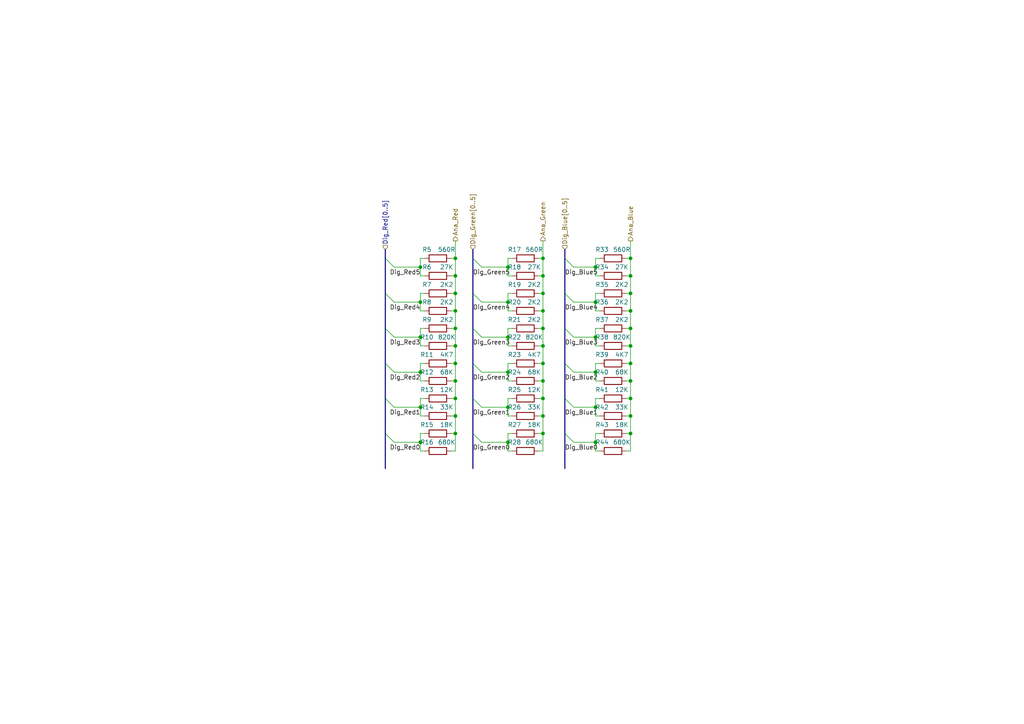
<source format=kicad_sch>
(kicad_sch (version 20231120) (generator "eeschema") (generator_version "8.0")
  (paper "A4")
  (lib_symbols
    (symbol "Device:R" (pin_numbers hide) (pin_names (offset 0))
      (property "Reference" "R" (at 2.032 0 90))
      (property "Value" "R" (at 0 0 90))
      (symbol "R_0_1"
        (rectangle (start -1.016 -2.54) (end 1.016 2.54) (stroke (width 0.254)))
      )
      (symbol "R_1_1"
        (pin passive line (at 0 3.81 270) (length 1.27) (name "~") (number "1"))
        (pin passive line (at 0 -3.81 90) (length 1.27) (name "~") (number "2"))
      )
    )
  )
  (junction (at 121.92 107.95))
  (junction (at 157.48 90.17))
  (junction (at 157.48 115.57))
  (junction (at 157.48 74.93))
  (junction (at 147.32 87.63))
  (junction (at 147.32 97.79))
  (junction (at 182.88 80.01))
  (junction (at 172.72 77.47))
  (junction (at 132.08 125.73))
  (junction (at 121.92 97.79))
  (junction (at 147.32 128.27))
  (junction (at 157.48 105.41))
  (junction (at 182.88 125.73))
  (junction (at 182.88 85.09))
  (junction (at 121.92 118.11))
  (junction (at 121.92 128.27))
  (junction (at 132.08 74.93))
  (junction (at 182.88 90.17))
  (junction (at 182.88 74.93))
  (junction (at 157.48 120.65))
  (junction (at 157.48 100.33))
  (junction (at 132.08 100.33))
  (junction (at 182.88 110.49))
  (junction (at 182.88 120.65))
  (junction (at 121.92 87.63))
  (junction (at 157.48 80.01))
  (junction (at 157.48 110.49))
  (junction (at 132.08 105.41))
  (junction (at 182.88 115.57))
  (junction (at 172.72 128.27))
  (junction (at 132.08 95.25))
  (junction (at 132.08 110.49))
  (junction (at 182.88 105.41))
  (junction (at 157.48 85.09))
  (junction (at 182.88 100.33))
  (junction (at 172.72 87.63))
  (junction (at 182.88 95.25))
  (junction (at 132.08 90.17))
  (junction (at 172.72 97.79))
  (junction (at 157.48 95.25))
  (junction (at 157.48 125.73))
  (junction (at 132.08 85.09))
  (junction (at 147.32 77.47))
  (junction (at 147.32 107.95))
  (junction (at 132.08 80.01))
  (junction (at 121.92 77.47))
  (junction (at 147.32 118.11))
  (junction (at 172.72 107.95))
  (junction (at 132.08 120.65))
  (junction (at 132.08 115.57))
  (junction (at 172.72 118.11))
  (bus_entry (at 137.16 115.57) (size 2.54 2.54))
  (bus_entry (at 163.83 125.73) (size 2.54 2.54))
  (bus_entry (at 111.76 74.93) (size 2.54 2.54))
  (bus_entry (at 163.83 105.41) (size 2.54 2.54))
  (bus_entry (at 137.16 125.73) (size 2.54 2.54))
  (bus_entry (at 163.83 85.09) (size 2.54 2.54))
  (bus_entry (at 111.76 105.41) (size 2.54 2.54))
  (bus_entry (at 111.76 95.25) (size 2.54 2.54))
  (bus_entry (at 137.16 74.93) (size 2.54 2.54))
  (bus_entry (at 111.76 125.73) (size 2.54 2.54))
  (bus_entry (at 111.76 115.57) (size 2.54 2.54))
  (bus_entry (at 137.16 105.41) (size 2.54 2.54))
  (bus_entry (at 163.83 115.57) (size 2.54 2.54))
  (bus_entry (at 137.16 95.25) (size 2.54 2.54))
  (bus_entry (at 163.83 74.93) (size 2.54 2.54))
  (bus_entry (at 163.83 95.25) (size 2.54 2.54))
  (bus_entry (at 137.16 85.09) (size 2.54 2.54))
  (bus_entry (at 111.76 85.09) (size 2.54 2.54))
  (wire (pts (xy 156.21 130.81) (xy 157.48 130.81)))
  (wire (pts (xy 139.7 128.27) (xy 147.32 128.27)))
  (wire (pts (xy 173.99 110.49) (xy 172.72 110.49)))
  (wire (pts (xy 157.48 115.57) (xy 156.21 115.57)))
  (wire (pts (xy 157.48 95.25) (xy 156.21 95.25)))
  (wire (pts (xy 182.88 80.01) (xy 182.88 85.09)))
  (wire (pts (xy 121.92 125.73) (xy 123.19 125.73)))
  (wire (pts (xy 132.08 120.65) (xy 132.08 125.73)))
  (wire (pts (xy 132.08 115.57) (xy 130.81 115.57)))
  (wire (pts (xy 132.08 90.17) (xy 132.08 85.09)))
  (wire (pts (xy 132.08 120.65) (xy 132.08 115.57)))
  (wire (pts (xy 121.92 128.27) (xy 121.92 130.81)))
  (wire (pts (xy 147.32 125.73) (xy 148.59 125.73)))
  (wire (pts (xy 139.7 97.79) (xy 147.32 97.79)))
  (wire (pts (xy 148.59 110.49) (xy 147.32 110.49)))
  (wire (pts (xy 172.72 85.09) (xy 172.72 87.63)))
  (wire (pts (xy 121.92 95.25) (xy 121.92 97.79)))
  (wire (pts (xy 157.48 80.01) (xy 157.48 85.09)))
  (wire (pts (xy 172.72 105.41) (xy 173.99 105.41)))
  (wire (pts (xy 156.21 100.33) (xy 157.48 100.33)))
  (wire (pts (xy 172.72 95.25) (xy 172.72 97.79)))
  (wire (pts (xy 156.21 90.17) (xy 157.48 90.17)))
  (wire (pts (xy 157.48 110.49) (xy 157.48 105.41)))
  (wire (pts (xy 148.59 130.81) (xy 147.32 130.81)))
  (wire (pts (xy 172.72 77.47) (xy 172.72 80.01)))
  (wire (pts (xy 157.48 105.41) (xy 156.21 105.41)))
  (wire (pts (xy 182.88 69.85) (xy 182.88 74.93)))
  (wire (pts (xy 123.19 90.17) (xy 121.92 90.17)))
  (wire (pts (xy 130.81 130.81) (xy 132.08 130.81)))
  (bus (pts (xy 111.76 72.39) (xy 111.76 74.93)))
  (bus (pts (xy 163.83 105.41) (xy 163.83 115.57)))
  (wire (pts (xy 172.72 105.41) (xy 172.72 107.95)))
  (bus (pts (xy 163.83 115.57) (xy 163.83 125.73)))
  (wire (pts (xy 123.19 120.65) (xy 121.92 120.65)))
  (wire (pts (xy 132.08 90.17) (xy 132.08 95.25)))
  (wire (pts (xy 147.32 97.79) (xy 147.32 100.33)))
  (wire (pts (xy 172.72 115.57) (xy 173.99 115.57)))
  (bus (pts (xy 111.76 74.93) (xy 111.76 85.09)))
  (wire (pts (xy 182.88 100.33) (xy 182.88 95.25)))
  (bus (pts (xy 163.83 95.25) (xy 163.83 105.41)))
  (wire (pts (xy 123.19 130.81) (xy 121.92 130.81)))
  (wire (pts (xy 114.3 128.27) (xy 121.92 128.27)))
  (wire (pts (xy 114.3 107.95) (xy 121.92 107.95)))
  (bus (pts (xy 163.83 85.09) (xy 163.83 95.25)))
  (bus (pts (xy 111.76 115.57) (xy 111.76 125.73)))
  (wire (pts (xy 132.08 74.93) (xy 130.81 74.93)))
  (bus (pts (xy 137.16 115.57) (xy 137.16 125.73)))
  (wire (pts (xy 147.32 74.93) (xy 148.59 74.93)))
  (wire (pts (xy 121.92 125.73) (xy 121.92 128.27)))
  (wire (pts (xy 182.88 80.01) (xy 182.88 74.93)))
  (wire (pts (xy 157.48 90.17) (xy 157.48 85.09)))
  (wire (pts (xy 182.88 74.93) (xy 181.61 74.93)))
  (wire (pts (xy 172.72 95.25) (xy 173.99 95.25)))
  (wire (pts (xy 157.48 125.73) (xy 156.21 125.73)))
  (wire (pts (xy 132.08 85.09) (xy 130.81 85.09)))
  (wire (pts (xy 147.32 107.95) (xy 147.32 110.49)))
  (wire (pts (xy 172.72 74.93) (xy 173.99 74.93)))
  (wire (pts (xy 156.21 120.65) (xy 157.48 120.65)))
  (wire (pts (xy 121.92 85.09) (xy 121.92 87.63)))
  (wire (pts (xy 181.61 80.01) (xy 182.88 80.01)))
  (wire (pts (xy 130.81 110.49) (xy 132.08 110.49)))
  (wire (pts (xy 182.88 105.41) (xy 181.61 105.41)))
  (wire (pts (xy 182.88 100.33) (xy 182.88 105.41)))
  (wire (pts (xy 147.32 105.41) (xy 148.59 105.41)))
  (wire (pts (xy 132.08 100.33) (xy 132.08 95.25)))
  (wire (pts (xy 182.88 110.49) (xy 182.88 115.57)))
  (wire (pts (xy 157.48 120.65) (xy 157.48 115.57)))
  (wire (pts (xy 121.92 97.79) (xy 121.92 100.33)))
  (wire (pts (xy 130.81 80.01) (xy 132.08 80.01)))
  (wire (pts (xy 139.7 107.95) (xy 147.32 107.95)))
  (wire (pts (xy 130.81 100.33) (xy 132.08 100.33)))
  (wire (pts (xy 114.3 87.63) (xy 121.92 87.63)))
  (wire (pts (xy 130.81 90.17) (xy 132.08 90.17)))
  (wire (pts (xy 123.19 80.01) (xy 121.92 80.01)))
  (wire (pts (xy 114.3 97.79) (xy 121.92 97.79)))
  (wire (pts (xy 181.61 110.49) (xy 182.88 110.49)))
  (wire (pts (xy 172.72 115.57) (xy 172.72 118.11)))
  (wire (pts (xy 157.48 120.65) (xy 157.48 125.73)))
  (bus (pts (xy 111.76 105.41) (xy 111.76 115.57)))
  (bus (pts (xy 137.16 95.25) (xy 137.16 105.41)))
  (wire (pts (xy 182.88 110.49) (xy 182.88 105.41)))
  (wire (pts (xy 166.37 107.95) (xy 172.72 107.95)))
  (wire (pts (xy 139.7 118.11) (xy 147.32 118.11)))
  (wire (pts (xy 147.32 125.73) (xy 147.32 128.27)))
  (wire (pts (xy 182.88 95.25) (xy 181.61 95.25)))
  (wire (pts (xy 181.61 100.33) (xy 182.88 100.33)))
  (wire (pts (xy 121.92 77.47) (xy 121.92 80.01)))
  (bus (pts (xy 137.16 125.73) (xy 137.16 135.89)))
  (wire (pts (xy 121.92 105.41) (xy 121.92 107.95)))
  (wire (pts (xy 148.59 100.33) (xy 147.32 100.33)))
  (wire (pts (xy 182.88 120.65) (xy 182.88 115.57)))
  (wire (pts (xy 147.32 74.93) (xy 147.32 77.47)))
  (wire (pts (xy 147.32 85.09) (xy 147.32 87.63)))
  (wire (pts (xy 172.72 125.73) (xy 172.72 128.27)))
  (wire (pts (xy 121.92 74.93) (xy 121.92 77.47)))
  (wire (pts (xy 182.88 125.73) (xy 181.61 125.73)))
  (wire (pts (xy 147.32 115.57) (xy 148.59 115.57)))
  (wire (pts (xy 182.88 90.17) (xy 182.88 85.09)))
  (wire (pts (xy 172.72 85.09) (xy 173.99 85.09)))
  (wire (pts (xy 172.72 128.27) (xy 172.72 130.81)))
  (wire (pts (xy 121.92 115.57) (xy 121.92 118.11)))
  (wire (pts (xy 147.32 115.57) (xy 147.32 118.11)))
  (wire (pts (xy 148.59 120.65) (xy 147.32 120.65)))
  (wire (pts (xy 181.61 130.81) (xy 182.88 130.81)))
  (wire (pts (xy 157.48 130.81) (xy 157.48 125.73)))
  (wire (pts (xy 132.08 105.41) (xy 130.81 105.41)))
  (wire (pts (xy 147.32 87.63) (xy 147.32 90.17)))
  (wire (pts (xy 166.37 128.27) (xy 172.72 128.27)))
  (wire (pts (xy 157.48 80.01) (xy 157.48 74.93)))
  (wire (pts (xy 132.08 125.73) (xy 130.81 125.73)))
  (wire (pts (xy 121.92 118.11) (xy 121.92 120.65)))
  (bus (pts (xy 111.76 95.25) (xy 111.76 105.41)))
  (wire (pts (xy 173.99 100.33) (xy 172.72 100.33)))
  (wire (pts (xy 121.92 87.63) (xy 121.92 90.17)))
  (wire (pts (xy 148.59 90.17) (xy 147.32 90.17)))
  (wire (pts (xy 157.48 90.17) (xy 157.48 95.25)))
  (wire (pts (xy 139.7 87.63) (xy 147.32 87.63)))
  (wire (pts (xy 147.32 105.41) (xy 147.32 107.95)))
  (wire (pts (xy 123.19 110.49) (xy 121.92 110.49)))
  (bus (pts (xy 163.83 72.39) (xy 163.83 74.93)))
  (wire (pts (xy 182.88 115.57) (xy 181.61 115.57)))
  (wire (pts (xy 132.08 110.49) (xy 132.08 105.41)))
  (wire (pts (xy 132.08 95.25) (xy 130.81 95.25)))
  (wire (pts (xy 166.37 77.47) (xy 172.72 77.47)))
  (wire (pts (xy 172.72 74.93) (xy 172.72 77.47)))
  (wire (pts (xy 182.88 90.17) (xy 182.88 95.25)))
  (wire (pts (xy 121.92 74.93) (xy 123.19 74.93)))
  (wire (pts (xy 121.92 107.95) (xy 121.92 110.49)))
  (wire (pts (xy 166.37 97.79) (xy 172.72 97.79)))
  (wire (pts (xy 114.3 77.47) (xy 121.92 77.47)))
  (wire (pts (xy 157.48 69.85) (xy 157.48 74.93)))
  (wire (pts (xy 172.72 87.63) (xy 172.72 90.17)))
  (wire (pts (xy 173.99 130.81) (xy 172.72 130.81)))
  (bus (pts (xy 111.76 125.73) (xy 111.76 135.89)))
  (wire (pts (xy 147.32 118.11) (xy 147.32 120.65)))
  (wire (pts (xy 147.32 128.27) (xy 147.32 130.81)))
  (wire (pts (xy 121.92 105.41) (xy 123.19 105.41)))
  (bus (pts (xy 137.16 74.93) (xy 137.16 85.09)))
  (wire (pts (xy 121.92 115.57) (xy 123.19 115.57)))
  (wire (pts (xy 173.99 90.17) (xy 172.72 90.17)))
  (wire (pts (xy 157.48 85.09) (xy 156.21 85.09)))
  (bus (pts (xy 137.16 72.39) (xy 137.16 74.93)))
  (bus (pts (xy 111.76 85.09) (xy 111.76 95.25)))
  (wire (pts (xy 148.59 80.01) (xy 147.32 80.01)))
  (wire (pts (xy 173.99 120.65) (xy 172.72 120.65)))
  (wire (pts (xy 181.61 120.65) (xy 182.88 120.65)))
  (wire (pts (xy 139.7 77.47) (xy 147.32 77.47)))
  (wire (pts (xy 147.32 95.25) (xy 148.59 95.25)))
  (bus (pts (xy 137.16 85.09) (xy 137.16 95.25)))
  (wire (pts (xy 182.88 120.65) (xy 182.88 125.73)))
  (bus (pts (xy 163.83 74.93) (xy 163.83 85.09)))
  (wire (pts (xy 172.72 125.73) (xy 173.99 125.73)))
  (wire (pts (xy 156.21 80.01) (xy 157.48 80.01)))
  (bus (pts (xy 137.16 105.41) (xy 137.16 115.57)))
  (wire (pts (xy 132.08 80.01) (xy 132.08 85.09)))
  (wire (pts (xy 182.88 130.81) (xy 182.88 125.73)))
  (wire (pts (xy 121.92 95.25) (xy 123.19 95.25)))
  (wire (pts (xy 121.92 85.09) (xy 123.19 85.09)))
  (wire (pts (xy 132.08 80.01) (xy 132.08 74.93)))
  (wire (pts (xy 130.81 120.65) (xy 132.08 120.65)))
  (wire (pts (xy 182.88 85.09) (xy 181.61 85.09)))
  (wire (pts (xy 172.72 118.11) (xy 172.72 120.65)))
  (wire (pts (xy 132.08 110.49) (xy 132.08 115.57)))
  (wire (pts (xy 147.32 85.09) (xy 148.59 85.09)))
  (wire (pts (xy 157.48 100.33) (xy 157.48 105.41)))
  (bus (pts (xy 163.83 125.73) (xy 163.83 135.89)))
  (wire (pts (xy 172.72 97.79) (xy 172.72 100.33)))
  (wire (pts (xy 166.37 87.63) (xy 172.72 87.63)))
  (wire (pts (xy 157.48 110.49) (xy 157.48 115.57)))
  (wire (pts (xy 166.37 118.11) (xy 172.72 118.11)))
  (wire (pts (xy 173.99 80.01) (xy 172.72 80.01)))
  (wire (pts (xy 132.08 130.81) (xy 132.08 125.73)))
  (wire (pts (xy 157.48 74.93) (xy 156.21 74.93)))
  (wire (pts (xy 147.32 77.47) (xy 147.32 80.01)))
  (wire (pts (xy 157.48 100.33) (xy 157.48 95.25)))
  (wire (pts (xy 132.08 100.33) (xy 132.08 105.41)))
  (wire (pts (xy 123.19 100.33) (xy 121.92 100.33)))
  (wire (pts (xy 156.21 110.49) (xy 157.48 110.49)))
  (wire (pts (xy 181.61 90.17) (xy 182.88 90.17)))
  (wire (pts (xy 172.72 107.95) (xy 172.72 110.49)))
  (wire (pts (xy 147.32 95.25) (xy 147.32 97.79)))
  (wire (pts (xy 132.08 69.85) (xy 132.08 74.93)))
  (wire (pts (xy 114.3 118.11) (xy 121.92 118.11)))
  (label "Dig_Red3" (at 113.03 100.33 0))
  (label "Dig_Blue4" (at 163.83 90.17 0))
  (label "Dig_Blue5" (at 163.83 80.01 0))
  (label "Dig_Red4" (at 113.03 90.17 0))
  (label "Dig_Blue3" (at 163.83 100.33 0))
  (label "Dig_Green4" (at 137.16 90.17 0))
  (label "Dig_Green5" (at 137.16 80.01 0))
  (label "Dig_Blue1" (at 163.83 120.65 0))
  (label "Dig_Green1" (at 137.16 120.65 0))
  (label "Dig_Green2" (at 137.16 110.49 0))
  (label "Dig_Green3" (at 137.16 100.33 0))
  (label "Dig_Red0" (at 113.03 130.81 0))
  (label "Dig_Red5" (at 113.03 80.01 0))
  (label "Dig_Red1" (at 113.03 120.65 0))
  (label "Dig_Blue2" (at 163.83 110.49 0))
  (label "Dig_Red2" (at 113.03 110.49 0))
  (label "Dig_Green0" (at 137.16 130.81 0))
  (label "Dig_Blue0" (at 163.83 130.81 0))
  (hierarchical_label "Dig_Red[0..5]" (shape input) (at 111.76 72.39 90))
  (hierarchical_label "Ana_Blue" (shape output) (at 182.88 69.85 90))
  (hierarchical_label "Ana_Red" (shape output) (at 132.08 69.85 90))
  (hierarchical_label "Dig_Blue[0..5]" (shape input) (at 163.83 72.39 90))
  (hierarchical_label "Ana_Green" (shape output) (at 157.48 69.85 90))
  (hierarchical_label "Dig_Green[0..5]" (shape input) (at 137.16 72.39 90))
  (symbol (lib_id "Device:R") (at 177.8 90.17 90) (unit 1)
    (property "Reference" "R36" (at 174.625 87.63 90))
    (property "Value" "2K2" (at 180.34 87.63 90))
    (property "Footprint" "Resistor_SMD:R_0603_1608Metric_Pad0.98x0.95mm_HandSolder" (effects (hide yes)))
    (property "Description" "Resistor" (effects (hide yes)))
  )
  (symbol (lib_id "Device:R") (at 127 74.93 90) (unit 1)
    (property "Reference" "R5" (at 123.825 72.39 90))
    (property "Value" "560R" (at 129.54 72.39 90))
    (property "Footprint" "Resistor_SMD:R_0603_1608Metric_Pad0.98x0.95mm_HandSolder" (effects (hide yes)))
    (property "Description" "Resistor" (effects (hide yes)))
  )
  (symbol (lib_id "Device:R") (at 152.4 74.93 90) (unit 1)
    (property "Reference" "R17" (at 149.225 72.39 90))
    (property "Value" "560R" (at 154.94 72.39 90))
    (property "Footprint" "Resistor_SMD:R_0603_1608Metric_Pad0.98x0.95mm_HandSolder" (effects (hide yes)))
    (property "Description" "Resistor" (effects (hide yes)))
  )
  (symbol (lib_id "Device:R") (at 127 130.81 90) (unit 1)
    (property "Reference" "R16" (at 123.825 128.27 90))
    (property "Value" "680K" (at 129.54 128.27 90))
    (property "Footprint" "Resistor_SMD:R_0603_1608Metric_Pad0.98x0.95mm_HandSolder" (effects (hide yes)))
    (property "Description" "Resistor" (effects (hide yes)))
  )
  (symbol (lib_id "Device:R") (at 177.8 115.57 90) (unit 1)
    (property "Reference" "R41" (at 174.625 113.03 90))
    (property "Value" "12K" (at 180.34 113.03 90))
    (property "Footprint" "Resistor_SMD:R_0603_1608Metric_Pad0.98x0.95mm_HandSolder" (effects (hide yes)))
    (property "Description" "Resistor" (effects (hide yes)))
  )
  (symbol (lib_id "Device:R") (at 177.8 100.33 90) (unit 1)
    (property "Reference" "R38" (at 174.625 97.79 90))
    (property "Value" "820K" (at 180.34 97.79 90))
    (property "Footprint" "Resistor_SMD:R_0603_1608Metric_Pad0.98x0.95mm_HandSolder" (effects (hide yes)))
    (property "Description" "Resistor" (effects (hide yes)))
  )
  (symbol (lib_id "Device:R") (at 177.8 74.93 90) (unit 1)
    (property "Reference" "R33" (at 174.625 72.39 90))
    (property "Value" "560R" (at 180.34 72.39 90))
    (property "Footprint" "Resistor_SMD:R_0603_1608Metric_Pad0.98x0.95mm_HandSolder" (effects (hide yes)))
    (property "Description" "Resistor" (effects (hide yes)))
  )
  (symbol (lib_id "Device:R") (at 177.8 105.41 90) (unit 1)
    (property "Reference" "R39" (at 174.625 102.87 90))
    (property "Value" "4K7" (at 180.34 102.87 90))
    (property "Footprint" "Resistor_SMD:R_0603_1608Metric_Pad0.98x0.95mm_HandSolder" (effects (hide yes)))
    (property "Description" "Resistor" (effects (hide yes)))
  )
  (symbol (lib_id "Device:R") (at 152.4 110.49 90) (unit 1)
    (property "Reference" "R24" (at 149.225 107.95 90))
    (property "Value" "68K" (at 154.94 107.95 90))
    (property "Footprint" "Resistor_SMD:R_0603_1608Metric_Pad0.98x0.95mm_HandSolder" (effects (hide yes)))
    (property "Description" "Resistor" (effects (hide yes)))
  )
  (symbol (lib_id "Device:R") (at 152.4 100.33 90) (unit 1)
    (property "Reference" "R22" (at 149.225 97.79 90))
    (property "Value" "820K" (at 154.94 97.79 90))
    (property "Footprint" "Resistor_SMD:R_0603_1608Metric_Pad0.98x0.95mm_HandSolder" (effects (hide yes)))
    (property "Description" "Resistor" (effects (hide yes)))
  )
  (symbol (lib_id "Device:R") (at 127 115.57 90) (unit 1)
    (property "Reference" "R13" (at 123.825 113.03 90))
    (property "Value" "12K" (at 129.54 113.03 90))
    (property "Footprint" "Resistor_SMD:R_0603_1608Metric_Pad0.98x0.95mm_HandSolder" (effects (hide yes)))
    (property "Description" "Resistor" (effects (hide yes)))
  )
  (symbol (lib_id "Device:R") (at 152.4 80.01 90) (unit 1)
    (property "Reference" "R18" (at 149.225 77.47 90))
    (property "Value" "27K" (at 154.94 77.47 90))
    (property "Footprint" "Resistor_SMD:R_0603_1608Metric_Pad0.98x0.95mm_HandSolder" (effects (hide yes)))
    (property "Description" "Resistor" (effects (hide yes)))
  )
  (symbol (lib_id "Device:R") (at 127 100.33 90) (unit 1)
    (property "Reference" "R10" (at 123.825 97.79 90))
    (property "Value" "820K" (at 129.54 97.79 90))
    (property "Footprint" "Resistor_SMD:R_0603_1608Metric_Pad0.98x0.95mm_HandSolder" (effects (hide yes)))
    (property "Description" "Resistor" (effects (hide yes)))
  )
  (symbol (lib_id "Device:R") (at 177.8 85.09 90) (unit 1)
    (property "Reference" "R35" (at 174.625 82.55 90))
    (property "Value" "2K2" (at 180.34 82.55 90))
    (property "Footprint" "Resistor_SMD:R_0603_1608Metric_Pad0.98x0.95mm_HandSolder" (effects (hide yes)))
    (property "Description" "Resistor" (effects (hide yes)))
  )
  (symbol (lib_id "Device:R") (at 152.4 90.17 90) (unit 1)
    (property "Reference" "R20" (at 149.225 87.63 90))
    (property "Value" "2K2" (at 154.94 87.63 90))
    (property "Footprint" "Resistor_SMD:R_0603_1608Metric_Pad0.98x0.95mm_HandSolder" (effects (hide yes)))
    (property "Description" "Resistor" (effects (hide yes)))
  )
  (symbol (lib_id "Device:R") (at 127 125.73 90) (unit 1)
    (property "Reference" "R15" (at 123.825 123.19 90))
    (property "Value" "18K" (at 129.54 123.19 90))
    (property "Footprint" "Resistor_SMD:R_0603_1608Metric_Pad0.98x0.95mm_HandSolder" (effects (hide yes)))
    (property "Description" "Resistor" (effects (hide yes)))
  )
  (symbol (lib_id "Device:R") (at 152.4 130.81 90) (unit 1)
    (property "Reference" "R28" (at 149.225 128.27 90))
    (property "Value" "680K" (at 154.94 128.27 90))
    (property "Footprint" "Resistor_SMD:R_0603_1608Metric_Pad0.98x0.95mm_HandSolder" (effects (hide yes)))
    (property "Description" "Resistor" (effects (hide yes)))
  )
  (symbol (lib_id "Device:R") (at 127 90.17 90) (unit 1)
    (property "Reference" "R8" (at 123.825 87.63 90))
    (property "Value" "2K2" (at 129.54 87.63 90))
    (property "Footprint" "Resistor_SMD:R_0603_1608Metric_Pad0.98x0.95mm_HandSolder" (effects (hide yes)))
    (property "Description" "Resistor" (effects (hide yes)))
  )
  (symbol (lib_id "Device:R") (at 177.8 110.49 90) (unit 1)
    (property "Reference" "R40" (at 174.625 107.95 90))
    (property "Value" "68K" (at 180.34 107.95 90))
    (property "Footprint" "Resistor_SMD:R_0603_1608Metric_Pad0.98x0.95mm_HandSolder" (effects (hide yes)))
    (property "Description" "Resistor" (effects (hide yes)))
  )
  (symbol (lib_id "Device:R") (at 152.4 125.73 90) (unit 1)
    (property "Reference" "R27" (at 149.225 123.19 90))
    (property "Value" "18K" (at 154.94 123.19 90))
    (property "Footprint" "Resistor_SMD:R_0603_1608Metric_Pad0.98x0.95mm_HandSolder" (effects (hide yes)))
    (property "Description" "Resistor" (effects (hide yes)))
  )
  (symbol (lib_id "Device:R") (at 127 110.49 90) (unit 1)
    (property "Reference" "R12" (at 123.825 107.95 90))
    (property "Value" "68K" (at 129.54 107.95 90))
    (property "Footprint" "Resistor_SMD:R_0603_1608Metric_Pad0.98x0.95mm_HandSolder" (effects (hide yes)))
    (property "Description" "Resistor" (effects (hide yes)))
  )
  (symbol (lib_id "Device:R") (at 177.8 80.01 90) (unit 1)
    (property "Reference" "R34" (at 174.625 77.47 90))
    (property "Value" "27K" (at 180.34 77.47 90))
    (property "Footprint" "Resistor_SMD:R_0603_1608Metric_Pad0.98x0.95mm_HandSolder" (effects (hide yes)))
    (property "Description" "Resistor" (effects (hide yes)))
  )
  (symbol (lib_id "Device:R") (at 177.8 130.81 90) (unit 1)
    (property "Reference" "R44" (at 174.625 128.27 90))
    (property "Value" "680K" (at 180.34 128.27 90))
    (property "Footprint" "Resistor_SMD:R_0603_1608Metric_Pad0.98x0.95mm_HandSolder" (effects (hide yes)))
    (property "Description" "Resistor" (effects (hide yes)))
  )
  (symbol (lib_id "Device:R") (at 127 105.41 90) (unit 1)
    (property "Reference" "R11" (at 123.825 102.87 90))
    (property "Value" "4K7" (at 129.54 102.87 90))
    (property "Footprint" "Resistor_SMD:R_0603_1608Metric_Pad0.98x0.95mm_HandSolder" (effects (hide yes)))
    (property "Description" "Resistor" (effects (hide yes)))
  )
  (symbol (lib_id "Device:R") (at 177.8 120.65 90) (unit 1)
    (property "Reference" "R42" (at 174.625 118.11 90))
    (property "Value" "33K" (at 180.34 118.11 90))
    (property "Footprint" "Resistor_SMD:R_0603_1608Metric_Pad0.98x0.95mm_HandSolder" (effects (hide yes)))
    (property "Description" "Resistor" (effects (hide yes)))
  )
  (symbol (lib_id "Device:R") (at 177.8 125.73 90) (unit 1)
    (property "Reference" "R43" (at 174.625 123.19 90))
    (property "Value" "18K" (at 180.34 123.19 90))
    (property "Footprint" "Resistor_SMD:R_0603_1608Metric_Pad0.98x0.95mm_HandSolder" (effects (hide yes)))
    (property "Description" "Resistor" (effects (hide yes)))
  )
  (symbol (lib_id "Device:R") (at 127 95.25 90) (unit 1)
    (property "Reference" "R9" (at 123.825 92.71 90))
    (property "Value" "2K2" (at 129.54 92.71 90))
    (property "Footprint" "Resistor_SMD:R_0603_1608Metric_Pad0.98x0.95mm_HandSolder" (effects (hide yes)))
    (property "Description" "Resistor" (effects (hide yes)))
  )
  (symbol (lib_id "Device:R") (at 127 120.65 90) (unit 1)
    (property "Reference" "R14" (at 123.825 118.11 90))
    (property "Value" "33K" (at 129.54 118.11 90))
    (property "Footprint" "Resistor_SMD:R_0603_1608Metric_Pad0.98x0.95mm_HandSolder" (effects (hide yes)))
    (property "Description" "Resistor" (effects (hide yes)))
  )
  (symbol (lib_id "Device:R") (at 152.4 120.65 90) (unit 1)
    (property "Reference" "R26" (at 149.225 118.11 90))
    (property "Value" "33K" (at 154.94 118.11 90))
    (property "Footprint" "Resistor_SMD:R_0603_1608Metric_Pad0.98x0.95mm_HandSolder" (effects (hide yes)))
    (property "Description" "Resistor" (effects (hide yes)))
  )
  (symbol (lib_id "Device:R") (at 152.4 115.57 90) (unit 1)
    (property "Reference" "R25" (at 149.225 113.03 90))
    (property "Value" "12K" (at 154.94 113.03 90))
    (property "Footprint" "Resistor_SMD:R_0603_1608Metric_Pad0.98x0.95mm_HandSolder" (effects (hide yes)))
    (property "Description" "Resistor" (effects (hide yes)))
  )
  (symbol (lib_id "Device:R") (at 177.8 95.25 90) (unit 1)
    (property "Reference" "R37" (at 174.625 92.71 90))
    (property "Value" "2K2" (at 180.34 92.71 90))
    (property "Footprint" "Resistor_SMD:R_0603_1608Metric_Pad0.98x0.95mm_HandSolder" (effects (hide yes)))
    (property "Description" "Resistor" (effects (hide yes)))
  )
  (symbol (lib_id "Device:R") (at 127 80.01 90) (unit 1)
    (property "Reference" "R6" (at 123.825 77.47 90))
    (property "Value" "27K" (at 129.54 77.47 90))
    (property "Footprint" "Resistor_SMD:R_0603_1608Metric_Pad0.98x0.95mm_HandSolder" (effects (hide yes)))
    (property "Description" "Resistor" (effects (hide yes)))
  )
  (symbol (lib_id "Device:R") (at 127 85.09 90) (unit 1)
    (property "Reference" "R7" (at 123.825 82.55 90))
    (property "Value" "2K2" (at 129.54 82.55 90))
    (property "Footprint" "Resistor_SMD:R_0603_1608Metric_Pad0.98x0.95mm_HandSolder" (effects (hide yes)))
    (property "Description" "Resistor" (effects (hide yes)))
  )
  (symbol (lib_id "Device:R") (at 152.4 85.09 90) (unit 1)
    (property "Reference" "R19" (at 149.225 82.55 90))
    (property "Value" "2K2" (at 154.94 82.55 90))
    (property "Footprint" "Resistor_SMD:R_0603_1608Metric_Pad0.98x0.95mm_HandSolder" (effects (hide yes)))
    (property "Description" "Resistor" (effects (hide yes)))
  )
  (symbol (lib_id "Device:R") (at 152.4 95.25 90) (unit 1)
    (property "Reference" "R21" (at 149.225 92.71 90))
    (property "Value" "2K2" (at 154.94 92.71 90))
    (property "Footprint" "Resistor_SMD:R_0603_1608Metric_Pad0.98x0.95mm_HandSolder" (effects (hide yes)))
    (property "Description" "Resistor" (effects (hide yes)))
  )
  (symbol (lib_id "Device:R") (at 152.4 105.41 90) (unit 1)
    (property "Reference" "R23" (at 149.225 102.87 90))
    (property "Value" "4K7" (at 154.94 102.87 90))
    (property "Footprint" "Resistor_SMD:R_0603_1608Metric_Pad0.98x0.95mm_HandSolder" (effects (hide yes)))
    (property "Description" "Resistor" (effects (hide yes)))
  )
)
</source>
